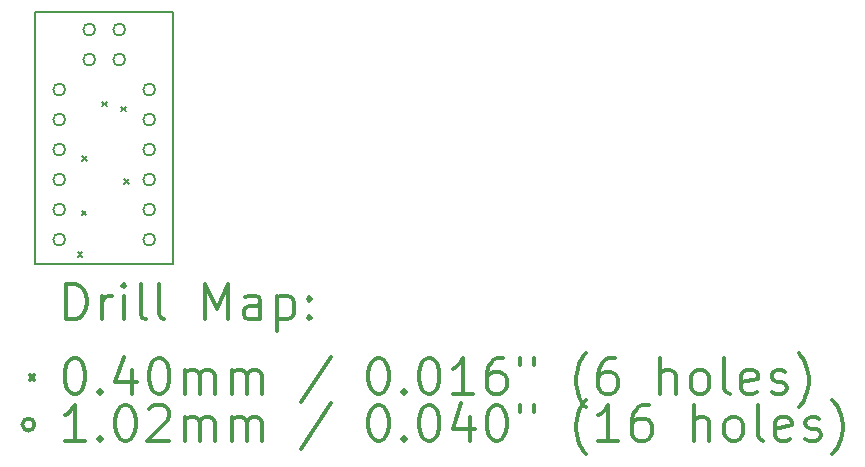
<source format=gbr>
%FSLAX45Y45*%
G04 Gerber Fmt 4.5, Leading zero omitted, Abs format (unit mm)*
G04 Created by KiCad (PCBNEW 4.0.4+e1-6308~48~ubuntu16.04.1-stable) date Thu Oct 27 02:21:25 2016*
%MOMM*%
%LPD*%
G01*
G04 APERTURE LIST*
%ADD10C,0.127000*%
%ADD11C,0.150000*%
%ADD12C,0.200000*%
%ADD13C,0.300000*%
G04 APERTURE END LIST*
D10*
D11*
X23164800Y-8229600D02*
X24333200Y-8229600D01*
X23164800Y-10363200D02*
X23164800Y-8229600D01*
X24333200Y-10363200D02*
X23164800Y-10363200D01*
X24333200Y-8229600D02*
X24333200Y-10363200D01*
D12*
X23524644Y-10265356D02*
X23564644Y-10305356D01*
X23564644Y-10265356D02*
X23524644Y-10305356D01*
X23557500Y-9915000D02*
X23597500Y-9955000D01*
X23597500Y-9915000D02*
X23557500Y-9955000D01*
X23560000Y-9452500D02*
X23600000Y-9492500D01*
X23600000Y-9452500D02*
X23560000Y-9492500D01*
X23730000Y-8992500D02*
X23770000Y-9032500D01*
X23770000Y-8992500D02*
X23730000Y-9032500D01*
X23890000Y-9035000D02*
X23930000Y-9075000D01*
X23930000Y-9035000D02*
X23890000Y-9075000D01*
X23917500Y-9650000D02*
X23957500Y-9690000D01*
X23957500Y-9650000D02*
X23917500Y-9690000D01*
X23418800Y-8890000D02*
G75*
G03X23418800Y-8890000I-50800J0D01*
G01*
X23418800Y-9144000D02*
G75*
G03X23418800Y-9144000I-50800J0D01*
G01*
X23418800Y-9398000D02*
G75*
G03X23418800Y-9398000I-50800J0D01*
G01*
X23418800Y-9652000D02*
G75*
G03X23418800Y-9652000I-50800J0D01*
G01*
X23418800Y-9906000D02*
G75*
G03X23418800Y-9906000I-50800J0D01*
G01*
X23418800Y-10160000D02*
G75*
G03X23418800Y-10160000I-50800J0D01*
G01*
X23672800Y-8382000D02*
G75*
G03X23672800Y-8382000I-50800J0D01*
G01*
X23672800Y-8636000D02*
G75*
G03X23672800Y-8636000I-50800J0D01*
G01*
X23926800Y-8382000D02*
G75*
G03X23926800Y-8382000I-50800J0D01*
G01*
X23926800Y-8636000D02*
G75*
G03X23926800Y-8636000I-50800J0D01*
G01*
X24180800Y-8890000D02*
G75*
G03X24180800Y-8890000I-50800J0D01*
G01*
X24180800Y-9144000D02*
G75*
G03X24180800Y-9144000I-50800J0D01*
G01*
X24180800Y-9398000D02*
G75*
G03X24180800Y-9398000I-50800J0D01*
G01*
X24180800Y-9652000D02*
G75*
G03X24180800Y-9652000I-50800J0D01*
G01*
X24180800Y-9906000D02*
G75*
G03X24180800Y-9906000I-50800J0D01*
G01*
X24180800Y-10160000D02*
G75*
G03X24180800Y-10160000I-50800J0D01*
G01*
D13*
X23428728Y-10836414D02*
X23428728Y-10536414D01*
X23500157Y-10536414D01*
X23543014Y-10550700D01*
X23571586Y-10579272D01*
X23585871Y-10607843D01*
X23600157Y-10664986D01*
X23600157Y-10707843D01*
X23585871Y-10764986D01*
X23571586Y-10793557D01*
X23543014Y-10822129D01*
X23500157Y-10836414D01*
X23428728Y-10836414D01*
X23728728Y-10836414D02*
X23728728Y-10636414D01*
X23728728Y-10693557D02*
X23743014Y-10664986D01*
X23757300Y-10650700D01*
X23785871Y-10636414D01*
X23814443Y-10636414D01*
X23914443Y-10836414D02*
X23914443Y-10636414D01*
X23914443Y-10536414D02*
X23900157Y-10550700D01*
X23914443Y-10564986D01*
X23928728Y-10550700D01*
X23914443Y-10536414D01*
X23914443Y-10564986D01*
X24100157Y-10836414D02*
X24071586Y-10822129D01*
X24057300Y-10793557D01*
X24057300Y-10536414D01*
X24257300Y-10836414D02*
X24228728Y-10822129D01*
X24214443Y-10793557D01*
X24214443Y-10536414D01*
X24600157Y-10836414D02*
X24600157Y-10536414D01*
X24700157Y-10750700D01*
X24800157Y-10536414D01*
X24800157Y-10836414D01*
X25071586Y-10836414D02*
X25071586Y-10679272D01*
X25057300Y-10650700D01*
X25028728Y-10636414D01*
X24971586Y-10636414D01*
X24943014Y-10650700D01*
X25071586Y-10822129D02*
X25043014Y-10836414D01*
X24971586Y-10836414D01*
X24943014Y-10822129D01*
X24928728Y-10793557D01*
X24928728Y-10764986D01*
X24943014Y-10736414D01*
X24971586Y-10722129D01*
X25043014Y-10722129D01*
X25071586Y-10707843D01*
X25214443Y-10636414D02*
X25214443Y-10936414D01*
X25214443Y-10650700D02*
X25243014Y-10636414D01*
X25300157Y-10636414D01*
X25328728Y-10650700D01*
X25343014Y-10664986D01*
X25357300Y-10693557D01*
X25357300Y-10779272D01*
X25343014Y-10807843D01*
X25328728Y-10822129D01*
X25300157Y-10836414D01*
X25243014Y-10836414D01*
X25214443Y-10822129D01*
X25485871Y-10807843D02*
X25500157Y-10822129D01*
X25485871Y-10836414D01*
X25471586Y-10822129D01*
X25485871Y-10807843D01*
X25485871Y-10836414D01*
X25485871Y-10650700D02*
X25500157Y-10664986D01*
X25485871Y-10679272D01*
X25471586Y-10664986D01*
X25485871Y-10650700D01*
X25485871Y-10679272D01*
X23117300Y-11310700D02*
X23157300Y-11350700D01*
X23157300Y-11310700D02*
X23117300Y-11350700D01*
X23485871Y-11166414D02*
X23514443Y-11166414D01*
X23543014Y-11180700D01*
X23557300Y-11194986D01*
X23571586Y-11223557D01*
X23585871Y-11280700D01*
X23585871Y-11352129D01*
X23571586Y-11409271D01*
X23557300Y-11437843D01*
X23543014Y-11452129D01*
X23514443Y-11466414D01*
X23485871Y-11466414D01*
X23457300Y-11452129D01*
X23443014Y-11437843D01*
X23428728Y-11409271D01*
X23414443Y-11352129D01*
X23414443Y-11280700D01*
X23428728Y-11223557D01*
X23443014Y-11194986D01*
X23457300Y-11180700D01*
X23485871Y-11166414D01*
X23714443Y-11437843D02*
X23728728Y-11452129D01*
X23714443Y-11466414D01*
X23700157Y-11452129D01*
X23714443Y-11437843D01*
X23714443Y-11466414D01*
X23985871Y-11266414D02*
X23985871Y-11466414D01*
X23914443Y-11152129D02*
X23843014Y-11366414D01*
X24028728Y-11366414D01*
X24200157Y-11166414D02*
X24228728Y-11166414D01*
X24257300Y-11180700D01*
X24271586Y-11194986D01*
X24285871Y-11223557D01*
X24300157Y-11280700D01*
X24300157Y-11352129D01*
X24285871Y-11409271D01*
X24271586Y-11437843D01*
X24257300Y-11452129D01*
X24228728Y-11466414D01*
X24200157Y-11466414D01*
X24171586Y-11452129D01*
X24157300Y-11437843D01*
X24143014Y-11409271D01*
X24128728Y-11352129D01*
X24128728Y-11280700D01*
X24143014Y-11223557D01*
X24157300Y-11194986D01*
X24171586Y-11180700D01*
X24200157Y-11166414D01*
X24428728Y-11466414D02*
X24428728Y-11266414D01*
X24428728Y-11294986D02*
X24443014Y-11280700D01*
X24471586Y-11266414D01*
X24514443Y-11266414D01*
X24543014Y-11280700D01*
X24557300Y-11309271D01*
X24557300Y-11466414D01*
X24557300Y-11309271D02*
X24571586Y-11280700D01*
X24600157Y-11266414D01*
X24643014Y-11266414D01*
X24671586Y-11280700D01*
X24685871Y-11309271D01*
X24685871Y-11466414D01*
X24828728Y-11466414D02*
X24828728Y-11266414D01*
X24828728Y-11294986D02*
X24843014Y-11280700D01*
X24871586Y-11266414D01*
X24914443Y-11266414D01*
X24943014Y-11280700D01*
X24957300Y-11309271D01*
X24957300Y-11466414D01*
X24957300Y-11309271D02*
X24971586Y-11280700D01*
X25000157Y-11266414D01*
X25043014Y-11266414D01*
X25071586Y-11280700D01*
X25085871Y-11309271D01*
X25085871Y-11466414D01*
X25671586Y-11152129D02*
X25414443Y-11537843D01*
X26057300Y-11166414D02*
X26085871Y-11166414D01*
X26114443Y-11180700D01*
X26128728Y-11194986D01*
X26143014Y-11223557D01*
X26157300Y-11280700D01*
X26157300Y-11352129D01*
X26143014Y-11409271D01*
X26128728Y-11437843D01*
X26114443Y-11452129D01*
X26085871Y-11466414D01*
X26057300Y-11466414D01*
X26028728Y-11452129D01*
X26014443Y-11437843D01*
X26000157Y-11409271D01*
X25985871Y-11352129D01*
X25985871Y-11280700D01*
X26000157Y-11223557D01*
X26014443Y-11194986D01*
X26028728Y-11180700D01*
X26057300Y-11166414D01*
X26285871Y-11437843D02*
X26300157Y-11452129D01*
X26285871Y-11466414D01*
X26271586Y-11452129D01*
X26285871Y-11437843D01*
X26285871Y-11466414D01*
X26485871Y-11166414D02*
X26514443Y-11166414D01*
X26543014Y-11180700D01*
X26557300Y-11194986D01*
X26571585Y-11223557D01*
X26585871Y-11280700D01*
X26585871Y-11352129D01*
X26571585Y-11409271D01*
X26557300Y-11437843D01*
X26543014Y-11452129D01*
X26514443Y-11466414D01*
X26485871Y-11466414D01*
X26457300Y-11452129D01*
X26443014Y-11437843D01*
X26428728Y-11409271D01*
X26414443Y-11352129D01*
X26414443Y-11280700D01*
X26428728Y-11223557D01*
X26443014Y-11194986D01*
X26457300Y-11180700D01*
X26485871Y-11166414D01*
X26871585Y-11466414D02*
X26700157Y-11466414D01*
X26785871Y-11466414D02*
X26785871Y-11166414D01*
X26757300Y-11209271D01*
X26728728Y-11237843D01*
X26700157Y-11252129D01*
X27128728Y-11166414D02*
X27071585Y-11166414D01*
X27043014Y-11180700D01*
X27028728Y-11194986D01*
X27000157Y-11237843D01*
X26985871Y-11294986D01*
X26985871Y-11409271D01*
X27000157Y-11437843D01*
X27014443Y-11452129D01*
X27043014Y-11466414D01*
X27100157Y-11466414D01*
X27128728Y-11452129D01*
X27143014Y-11437843D01*
X27157300Y-11409271D01*
X27157300Y-11337843D01*
X27143014Y-11309271D01*
X27128728Y-11294986D01*
X27100157Y-11280700D01*
X27043014Y-11280700D01*
X27014443Y-11294986D01*
X27000157Y-11309271D01*
X26985871Y-11337843D01*
X27271586Y-11166414D02*
X27271586Y-11223557D01*
X27385871Y-11166414D02*
X27385871Y-11223557D01*
X27828728Y-11580700D02*
X27814443Y-11566414D01*
X27785871Y-11523557D01*
X27771585Y-11494986D01*
X27757300Y-11452129D01*
X27743014Y-11380700D01*
X27743014Y-11323557D01*
X27757300Y-11252129D01*
X27771585Y-11209271D01*
X27785871Y-11180700D01*
X27814443Y-11137843D01*
X27828728Y-11123557D01*
X28071585Y-11166414D02*
X28014443Y-11166414D01*
X27985871Y-11180700D01*
X27971585Y-11194986D01*
X27943014Y-11237843D01*
X27928728Y-11294986D01*
X27928728Y-11409271D01*
X27943014Y-11437843D01*
X27957300Y-11452129D01*
X27985871Y-11466414D01*
X28043014Y-11466414D01*
X28071585Y-11452129D01*
X28085871Y-11437843D01*
X28100157Y-11409271D01*
X28100157Y-11337843D01*
X28085871Y-11309271D01*
X28071585Y-11294986D01*
X28043014Y-11280700D01*
X27985871Y-11280700D01*
X27957300Y-11294986D01*
X27943014Y-11309271D01*
X27928728Y-11337843D01*
X28457300Y-11466414D02*
X28457300Y-11166414D01*
X28585871Y-11466414D02*
X28585871Y-11309271D01*
X28571585Y-11280700D01*
X28543014Y-11266414D01*
X28500157Y-11266414D01*
X28471585Y-11280700D01*
X28457300Y-11294986D01*
X28771585Y-11466414D02*
X28743014Y-11452129D01*
X28728728Y-11437843D01*
X28714443Y-11409271D01*
X28714443Y-11323557D01*
X28728728Y-11294986D01*
X28743014Y-11280700D01*
X28771585Y-11266414D01*
X28814443Y-11266414D01*
X28843014Y-11280700D01*
X28857300Y-11294986D01*
X28871585Y-11323557D01*
X28871585Y-11409271D01*
X28857300Y-11437843D01*
X28843014Y-11452129D01*
X28814443Y-11466414D01*
X28771585Y-11466414D01*
X29043014Y-11466414D02*
X29014443Y-11452129D01*
X29000157Y-11423557D01*
X29000157Y-11166414D01*
X29271586Y-11452129D02*
X29243014Y-11466414D01*
X29185871Y-11466414D01*
X29157300Y-11452129D01*
X29143014Y-11423557D01*
X29143014Y-11309271D01*
X29157300Y-11280700D01*
X29185871Y-11266414D01*
X29243014Y-11266414D01*
X29271586Y-11280700D01*
X29285871Y-11309271D01*
X29285871Y-11337843D01*
X29143014Y-11366414D01*
X29400157Y-11452129D02*
X29428728Y-11466414D01*
X29485871Y-11466414D01*
X29514443Y-11452129D01*
X29528728Y-11423557D01*
X29528728Y-11409271D01*
X29514443Y-11380700D01*
X29485871Y-11366414D01*
X29443014Y-11366414D01*
X29414443Y-11352129D01*
X29400157Y-11323557D01*
X29400157Y-11309271D01*
X29414443Y-11280700D01*
X29443014Y-11266414D01*
X29485871Y-11266414D01*
X29514443Y-11280700D01*
X29628728Y-11580700D02*
X29643014Y-11566414D01*
X29671586Y-11523557D01*
X29685871Y-11494986D01*
X29700157Y-11452129D01*
X29714443Y-11380700D01*
X29714443Y-11323557D01*
X29700157Y-11252129D01*
X29685871Y-11209271D01*
X29671586Y-11180700D01*
X29643014Y-11137843D01*
X29628728Y-11123557D01*
X23157300Y-11726700D02*
G75*
G03X23157300Y-11726700I-50800J0D01*
G01*
X23585871Y-11862414D02*
X23414443Y-11862414D01*
X23500157Y-11862414D02*
X23500157Y-11562414D01*
X23471586Y-11605271D01*
X23443014Y-11633843D01*
X23414443Y-11648129D01*
X23714443Y-11833843D02*
X23728728Y-11848129D01*
X23714443Y-11862414D01*
X23700157Y-11848129D01*
X23714443Y-11833843D01*
X23714443Y-11862414D01*
X23914443Y-11562414D02*
X23943014Y-11562414D01*
X23971586Y-11576700D01*
X23985871Y-11590986D01*
X24000157Y-11619557D01*
X24014443Y-11676700D01*
X24014443Y-11748129D01*
X24000157Y-11805271D01*
X23985871Y-11833843D01*
X23971586Y-11848129D01*
X23943014Y-11862414D01*
X23914443Y-11862414D01*
X23885871Y-11848129D01*
X23871586Y-11833843D01*
X23857300Y-11805271D01*
X23843014Y-11748129D01*
X23843014Y-11676700D01*
X23857300Y-11619557D01*
X23871586Y-11590986D01*
X23885871Y-11576700D01*
X23914443Y-11562414D01*
X24128728Y-11590986D02*
X24143014Y-11576700D01*
X24171586Y-11562414D01*
X24243014Y-11562414D01*
X24271586Y-11576700D01*
X24285871Y-11590986D01*
X24300157Y-11619557D01*
X24300157Y-11648129D01*
X24285871Y-11690986D01*
X24114443Y-11862414D01*
X24300157Y-11862414D01*
X24428728Y-11862414D02*
X24428728Y-11662414D01*
X24428728Y-11690986D02*
X24443014Y-11676700D01*
X24471586Y-11662414D01*
X24514443Y-11662414D01*
X24543014Y-11676700D01*
X24557300Y-11705271D01*
X24557300Y-11862414D01*
X24557300Y-11705271D02*
X24571586Y-11676700D01*
X24600157Y-11662414D01*
X24643014Y-11662414D01*
X24671586Y-11676700D01*
X24685871Y-11705271D01*
X24685871Y-11862414D01*
X24828728Y-11862414D02*
X24828728Y-11662414D01*
X24828728Y-11690986D02*
X24843014Y-11676700D01*
X24871586Y-11662414D01*
X24914443Y-11662414D01*
X24943014Y-11676700D01*
X24957300Y-11705271D01*
X24957300Y-11862414D01*
X24957300Y-11705271D02*
X24971586Y-11676700D01*
X25000157Y-11662414D01*
X25043014Y-11662414D01*
X25071586Y-11676700D01*
X25085871Y-11705271D01*
X25085871Y-11862414D01*
X25671586Y-11548129D02*
X25414443Y-11933843D01*
X26057300Y-11562414D02*
X26085871Y-11562414D01*
X26114443Y-11576700D01*
X26128728Y-11590986D01*
X26143014Y-11619557D01*
X26157300Y-11676700D01*
X26157300Y-11748129D01*
X26143014Y-11805271D01*
X26128728Y-11833843D01*
X26114443Y-11848129D01*
X26085871Y-11862414D01*
X26057300Y-11862414D01*
X26028728Y-11848129D01*
X26014443Y-11833843D01*
X26000157Y-11805271D01*
X25985871Y-11748129D01*
X25985871Y-11676700D01*
X26000157Y-11619557D01*
X26014443Y-11590986D01*
X26028728Y-11576700D01*
X26057300Y-11562414D01*
X26285871Y-11833843D02*
X26300157Y-11848129D01*
X26285871Y-11862414D01*
X26271586Y-11848129D01*
X26285871Y-11833843D01*
X26285871Y-11862414D01*
X26485871Y-11562414D02*
X26514443Y-11562414D01*
X26543014Y-11576700D01*
X26557300Y-11590986D01*
X26571585Y-11619557D01*
X26585871Y-11676700D01*
X26585871Y-11748129D01*
X26571585Y-11805271D01*
X26557300Y-11833843D01*
X26543014Y-11848129D01*
X26514443Y-11862414D01*
X26485871Y-11862414D01*
X26457300Y-11848129D01*
X26443014Y-11833843D01*
X26428728Y-11805271D01*
X26414443Y-11748129D01*
X26414443Y-11676700D01*
X26428728Y-11619557D01*
X26443014Y-11590986D01*
X26457300Y-11576700D01*
X26485871Y-11562414D01*
X26843014Y-11662414D02*
X26843014Y-11862414D01*
X26771585Y-11548129D02*
X26700157Y-11762414D01*
X26885871Y-11762414D01*
X27057300Y-11562414D02*
X27085871Y-11562414D01*
X27114443Y-11576700D01*
X27128728Y-11590986D01*
X27143014Y-11619557D01*
X27157300Y-11676700D01*
X27157300Y-11748129D01*
X27143014Y-11805271D01*
X27128728Y-11833843D01*
X27114443Y-11848129D01*
X27085871Y-11862414D01*
X27057300Y-11862414D01*
X27028728Y-11848129D01*
X27014443Y-11833843D01*
X27000157Y-11805271D01*
X26985871Y-11748129D01*
X26985871Y-11676700D01*
X27000157Y-11619557D01*
X27014443Y-11590986D01*
X27028728Y-11576700D01*
X27057300Y-11562414D01*
X27271586Y-11562414D02*
X27271586Y-11619557D01*
X27385871Y-11562414D02*
X27385871Y-11619557D01*
X27828728Y-11976700D02*
X27814443Y-11962414D01*
X27785871Y-11919557D01*
X27771585Y-11890986D01*
X27757300Y-11848129D01*
X27743014Y-11776700D01*
X27743014Y-11719557D01*
X27757300Y-11648129D01*
X27771585Y-11605271D01*
X27785871Y-11576700D01*
X27814443Y-11533843D01*
X27828728Y-11519557D01*
X28100157Y-11862414D02*
X27928728Y-11862414D01*
X28014443Y-11862414D02*
X28014443Y-11562414D01*
X27985871Y-11605271D01*
X27957300Y-11633843D01*
X27928728Y-11648129D01*
X28357300Y-11562414D02*
X28300157Y-11562414D01*
X28271585Y-11576700D01*
X28257300Y-11590986D01*
X28228728Y-11633843D01*
X28214443Y-11690986D01*
X28214443Y-11805271D01*
X28228728Y-11833843D01*
X28243014Y-11848129D01*
X28271585Y-11862414D01*
X28328728Y-11862414D01*
X28357300Y-11848129D01*
X28371585Y-11833843D01*
X28385871Y-11805271D01*
X28385871Y-11733843D01*
X28371585Y-11705271D01*
X28357300Y-11690986D01*
X28328728Y-11676700D01*
X28271585Y-11676700D01*
X28243014Y-11690986D01*
X28228728Y-11705271D01*
X28214443Y-11733843D01*
X28743014Y-11862414D02*
X28743014Y-11562414D01*
X28871585Y-11862414D02*
X28871585Y-11705271D01*
X28857300Y-11676700D01*
X28828728Y-11662414D01*
X28785871Y-11662414D01*
X28757300Y-11676700D01*
X28743014Y-11690986D01*
X29057300Y-11862414D02*
X29028728Y-11848129D01*
X29014443Y-11833843D01*
X29000157Y-11805271D01*
X29000157Y-11719557D01*
X29014443Y-11690986D01*
X29028728Y-11676700D01*
X29057300Y-11662414D01*
X29100157Y-11662414D01*
X29128728Y-11676700D01*
X29143014Y-11690986D01*
X29157300Y-11719557D01*
X29157300Y-11805271D01*
X29143014Y-11833843D01*
X29128728Y-11848129D01*
X29100157Y-11862414D01*
X29057300Y-11862414D01*
X29328728Y-11862414D02*
X29300157Y-11848129D01*
X29285871Y-11819557D01*
X29285871Y-11562414D01*
X29557300Y-11848129D02*
X29528728Y-11862414D01*
X29471586Y-11862414D01*
X29443014Y-11848129D01*
X29428728Y-11819557D01*
X29428728Y-11705271D01*
X29443014Y-11676700D01*
X29471586Y-11662414D01*
X29528728Y-11662414D01*
X29557300Y-11676700D01*
X29571586Y-11705271D01*
X29571586Y-11733843D01*
X29428728Y-11762414D01*
X29685871Y-11848129D02*
X29714443Y-11862414D01*
X29771586Y-11862414D01*
X29800157Y-11848129D01*
X29814443Y-11819557D01*
X29814443Y-11805271D01*
X29800157Y-11776700D01*
X29771586Y-11762414D01*
X29728728Y-11762414D01*
X29700157Y-11748129D01*
X29685871Y-11719557D01*
X29685871Y-11705271D01*
X29700157Y-11676700D01*
X29728728Y-11662414D01*
X29771586Y-11662414D01*
X29800157Y-11676700D01*
X29914443Y-11976700D02*
X29928728Y-11962414D01*
X29957300Y-11919557D01*
X29971586Y-11890986D01*
X29985871Y-11848129D01*
X30000157Y-11776700D01*
X30000157Y-11719557D01*
X29985871Y-11648129D01*
X29971586Y-11605271D01*
X29957300Y-11576700D01*
X29928728Y-11533843D01*
X29914443Y-11519557D01*
M02*

</source>
